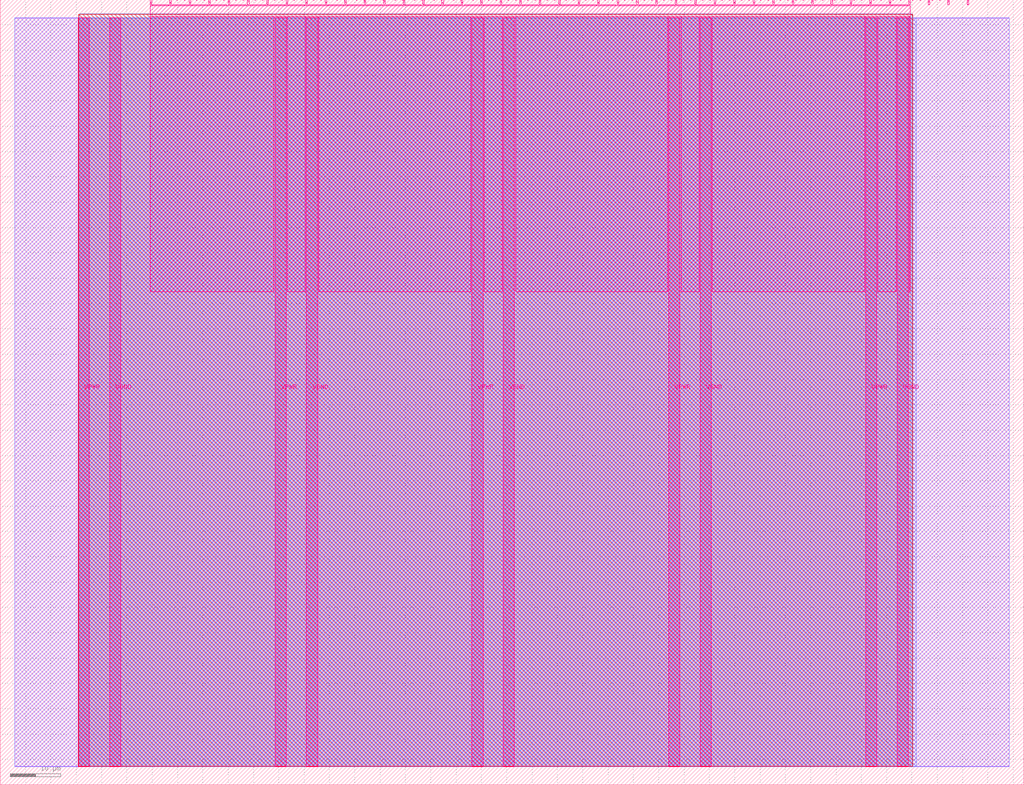
<source format=lef>
VERSION 5.7 ;
  NOWIREEXTENSIONATPIN ON ;
  DIVIDERCHAR "/" ;
  BUSBITCHARS "[]" ;
MACRO tt_um_array_mult_structural_sarahherrera
  CLASS BLOCK ;
  FOREIGN tt_um_array_mult_structural_sarahherrera ;
  ORIGIN 0.000 0.000 ;
  SIZE 202.080 BY 154.980 ;
  PIN VGND
    DIRECTION INOUT ;
    USE GROUND ;
    PORT
      LAYER Metal5 ;
        RECT 21.580 3.560 23.780 151.420 ;
    END
    PORT
      LAYER Metal5 ;
        RECT 60.450 3.560 62.650 151.420 ;
    END
    PORT
      LAYER Metal5 ;
        RECT 99.320 3.560 101.520 151.420 ;
    END
    PORT
      LAYER Metal5 ;
        RECT 138.190 3.560 140.390 151.420 ;
    END
    PORT
      LAYER Metal5 ;
        RECT 177.060 3.560 179.260 151.420 ;
    END
  END VGND
  PIN VPWR
    DIRECTION INOUT ;
    USE POWER ;
    PORT
      LAYER Metal5 ;
        RECT 15.380 3.560 17.580 151.420 ;
    END
    PORT
      LAYER Metal5 ;
        RECT 54.250 3.560 56.450 151.420 ;
    END
    PORT
      LAYER Metal5 ;
        RECT 93.120 3.560 95.320 151.420 ;
    END
    PORT
      LAYER Metal5 ;
        RECT 131.990 3.560 134.190 151.420 ;
    END
    PORT
      LAYER Metal5 ;
        RECT 170.860 3.560 173.060 151.420 ;
    END
  END VPWR
  PIN clk
    DIRECTION INPUT ;
    USE SIGNAL ;
    PORT
      LAYER Metal5 ;
        RECT 187.050 153.980 187.350 154.980 ;
    END
  END clk
  PIN ena
    DIRECTION INPUT ;
    USE SIGNAL ;
    PORT
      LAYER Metal5 ;
        RECT 190.890 153.980 191.190 154.980 ;
    END
  END ena
  PIN rst_n
    DIRECTION INPUT ;
    USE SIGNAL ;
    PORT
      LAYER Metal5 ;
        RECT 183.210 153.980 183.510 154.980 ;
    END
  END rst_n
  PIN ui_in[0]
    DIRECTION INPUT ;
    USE SIGNAL ;
    ANTENNAGATEAREA 0.213200 ;
    PORT
      LAYER Metal5 ;
        RECT 179.370 153.980 179.670 154.980 ;
    END
  END ui_in[0]
  PIN ui_in[1]
    DIRECTION INPUT ;
    USE SIGNAL ;
    ANTENNAGATEAREA 0.213200 ;
    PORT
      LAYER Metal5 ;
        RECT 175.530 153.980 175.830 154.980 ;
    END
  END ui_in[1]
  PIN ui_in[2]
    DIRECTION INPUT ;
    USE SIGNAL ;
    ANTENNAGATEAREA 0.213200 ;
    PORT
      LAYER Metal5 ;
        RECT 171.690 153.980 171.990 154.980 ;
    END
  END ui_in[2]
  PIN ui_in[3]
    DIRECTION INPUT ;
    USE SIGNAL ;
    ANTENNAGATEAREA 0.213200 ;
    PORT
      LAYER Metal5 ;
        RECT 167.850 153.980 168.150 154.980 ;
    END
  END ui_in[3]
  PIN ui_in[4]
    DIRECTION INPUT ;
    USE SIGNAL ;
    ANTENNAGATEAREA 0.213200 ;
    PORT
      LAYER Metal5 ;
        RECT 164.010 153.980 164.310 154.980 ;
    END
  END ui_in[4]
  PIN ui_in[5]
    DIRECTION INPUT ;
    USE SIGNAL ;
    ANTENNAGATEAREA 0.213200 ;
    PORT
      LAYER Metal5 ;
        RECT 160.170 153.980 160.470 154.980 ;
    END
  END ui_in[5]
  PIN ui_in[6]
    DIRECTION INPUT ;
    USE SIGNAL ;
    ANTENNAGATEAREA 0.213200 ;
    PORT
      LAYER Metal5 ;
        RECT 156.330 153.980 156.630 154.980 ;
    END
  END ui_in[6]
  PIN ui_in[7]
    DIRECTION INPUT ;
    USE SIGNAL ;
    ANTENNAGATEAREA 0.213200 ;
    PORT
      LAYER Metal5 ;
        RECT 152.490 153.980 152.790 154.980 ;
    END
  END ui_in[7]
  PIN uio_in[0]
    DIRECTION INPUT ;
    USE SIGNAL ;
    PORT
      LAYER Metal5 ;
        RECT 148.650 153.980 148.950 154.980 ;
    END
  END uio_in[0]
  PIN uio_in[1]
    DIRECTION INPUT ;
    USE SIGNAL ;
    PORT
      LAYER Metal5 ;
        RECT 144.810 153.980 145.110 154.980 ;
    END
  END uio_in[1]
  PIN uio_in[2]
    DIRECTION INPUT ;
    USE SIGNAL ;
    PORT
      LAYER Metal5 ;
        RECT 140.970 153.980 141.270 154.980 ;
    END
  END uio_in[2]
  PIN uio_in[3]
    DIRECTION INPUT ;
    USE SIGNAL ;
    PORT
      LAYER Metal5 ;
        RECT 137.130 153.980 137.430 154.980 ;
    END
  END uio_in[3]
  PIN uio_in[4]
    DIRECTION INPUT ;
    USE SIGNAL ;
    PORT
      LAYER Metal5 ;
        RECT 133.290 153.980 133.590 154.980 ;
    END
  END uio_in[4]
  PIN uio_in[5]
    DIRECTION INPUT ;
    USE SIGNAL ;
    PORT
      LAYER Metal5 ;
        RECT 129.450 153.980 129.750 154.980 ;
    END
  END uio_in[5]
  PIN uio_in[6]
    DIRECTION INPUT ;
    USE SIGNAL ;
    PORT
      LAYER Metal5 ;
        RECT 125.610 153.980 125.910 154.980 ;
    END
  END uio_in[6]
  PIN uio_in[7]
    DIRECTION INPUT ;
    USE SIGNAL ;
    PORT
      LAYER Metal5 ;
        RECT 121.770 153.980 122.070 154.980 ;
    END
  END uio_in[7]
  PIN uio_oe[0]
    DIRECTION OUTPUT ;
    USE SIGNAL ;
    ANTENNADIFFAREA 0.299200 ;
    PORT
      LAYER Metal5 ;
        RECT 56.490 153.980 56.790 154.980 ;
    END
  END uio_oe[0]
  PIN uio_oe[1]
    DIRECTION OUTPUT ;
    USE SIGNAL ;
    ANTENNADIFFAREA 0.299200 ;
    PORT
      LAYER Metal5 ;
        RECT 52.650 153.980 52.950 154.980 ;
    END
  END uio_oe[1]
  PIN uio_oe[2]
    DIRECTION OUTPUT ;
    USE SIGNAL ;
    ANTENNADIFFAREA 0.299200 ;
    PORT
      LAYER Metal5 ;
        RECT 48.810 153.980 49.110 154.980 ;
    END
  END uio_oe[2]
  PIN uio_oe[3]
    DIRECTION OUTPUT ;
    USE SIGNAL ;
    ANTENNADIFFAREA 0.299200 ;
    PORT
      LAYER Metal5 ;
        RECT 44.970 153.980 45.270 154.980 ;
    END
  END uio_oe[3]
  PIN uio_oe[4]
    DIRECTION OUTPUT ;
    USE SIGNAL ;
    ANTENNADIFFAREA 0.299200 ;
    PORT
      LAYER Metal5 ;
        RECT 41.130 153.980 41.430 154.980 ;
    END
  END uio_oe[4]
  PIN uio_oe[5]
    DIRECTION OUTPUT ;
    USE SIGNAL ;
    ANTENNADIFFAREA 0.299200 ;
    PORT
      LAYER Metal5 ;
        RECT 37.290 153.980 37.590 154.980 ;
    END
  END uio_oe[5]
  PIN uio_oe[6]
    DIRECTION OUTPUT ;
    USE SIGNAL ;
    ANTENNADIFFAREA 0.299200 ;
    PORT
      LAYER Metal5 ;
        RECT 33.450 153.980 33.750 154.980 ;
    END
  END uio_oe[6]
  PIN uio_oe[7]
    DIRECTION OUTPUT ;
    USE SIGNAL ;
    ANTENNADIFFAREA 0.299200 ;
    PORT
      LAYER Metal5 ;
        RECT 29.610 153.980 29.910 154.980 ;
    END
  END uio_oe[7]
  PIN uio_out[0]
    DIRECTION OUTPUT ;
    USE SIGNAL ;
    ANTENNADIFFAREA 0.299200 ;
    PORT
      LAYER Metal5 ;
        RECT 87.210 153.980 87.510 154.980 ;
    END
  END uio_out[0]
  PIN uio_out[1]
    DIRECTION OUTPUT ;
    USE SIGNAL ;
    ANTENNADIFFAREA 0.299200 ;
    PORT
      LAYER Metal5 ;
        RECT 83.370 153.980 83.670 154.980 ;
    END
  END uio_out[1]
  PIN uio_out[2]
    DIRECTION OUTPUT ;
    USE SIGNAL ;
    ANTENNADIFFAREA 0.299200 ;
    PORT
      LAYER Metal5 ;
        RECT 79.530 153.980 79.830 154.980 ;
    END
  END uio_out[2]
  PIN uio_out[3]
    DIRECTION OUTPUT ;
    USE SIGNAL ;
    ANTENNADIFFAREA 0.299200 ;
    PORT
      LAYER Metal5 ;
        RECT 75.690 153.980 75.990 154.980 ;
    END
  END uio_out[3]
  PIN uio_out[4]
    DIRECTION OUTPUT ;
    USE SIGNAL ;
    ANTENNADIFFAREA 0.299200 ;
    PORT
      LAYER Metal5 ;
        RECT 71.850 153.980 72.150 154.980 ;
    END
  END uio_out[4]
  PIN uio_out[5]
    DIRECTION OUTPUT ;
    USE SIGNAL ;
    ANTENNADIFFAREA 0.299200 ;
    PORT
      LAYER Metal5 ;
        RECT 68.010 153.980 68.310 154.980 ;
    END
  END uio_out[5]
  PIN uio_out[6]
    DIRECTION OUTPUT ;
    USE SIGNAL ;
    ANTENNADIFFAREA 0.299200 ;
    PORT
      LAYER Metal5 ;
        RECT 64.170 153.980 64.470 154.980 ;
    END
  END uio_out[6]
  PIN uio_out[7]
    DIRECTION OUTPUT ;
    USE SIGNAL ;
    ANTENNADIFFAREA 0.299200 ;
    PORT
      LAYER Metal5 ;
        RECT 60.330 153.980 60.630 154.980 ;
    END
  END uio_out[7]
  PIN uo_out[0]
    DIRECTION OUTPUT ;
    USE SIGNAL ;
    ANTENNAGATEAREA 0.241800 ;
    ANTENNADIFFAREA 0.632400 ;
    PORT
      LAYER Metal5 ;
        RECT 117.930 153.980 118.230 154.980 ;
    END
  END uo_out[0]
  PIN uo_out[1]
    DIRECTION OUTPUT ;
    USE SIGNAL ;
    ANTENNADIFFAREA 0.654800 ;
    PORT
      LAYER Metal5 ;
        RECT 114.090 153.980 114.390 154.980 ;
    END
  END uo_out[1]
  PIN uo_out[2]
    DIRECTION OUTPUT ;
    USE SIGNAL ;
    ANTENNADIFFAREA 0.654800 ;
    PORT
      LAYER Metal5 ;
        RECT 110.250 153.980 110.550 154.980 ;
    END
  END uo_out[2]
  PIN uo_out[3]
    DIRECTION OUTPUT ;
    USE SIGNAL ;
    ANTENNADIFFAREA 0.654800 ;
    PORT
      LAYER Metal5 ;
        RECT 106.410 153.980 106.710 154.980 ;
    END
  END uo_out[3]
  PIN uo_out[4]
    DIRECTION OUTPUT ;
    USE SIGNAL ;
    ANTENNADIFFAREA 0.654800 ;
    PORT
      LAYER Metal5 ;
        RECT 102.570 153.980 102.870 154.980 ;
    END
  END uo_out[4]
  PIN uo_out[5]
    DIRECTION OUTPUT ;
    USE SIGNAL ;
    ANTENNADIFFAREA 0.654800 ;
    PORT
      LAYER Metal5 ;
        RECT 98.730 153.980 99.030 154.980 ;
    END
  END uo_out[5]
  PIN uo_out[6]
    DIRECTION OUTPUT ;
    USE SIGNAL ;
    ANTENNADIFFAREA 0.654800 ;
    PORT
      LAYER Metal5 ;
        RECT 94.890 153.980 95.190 154.980 ;
    END
  END uo_out[6]
  PIN uo_out[7]
    DIRECTION OUTPUT ;
    USE SIGNAL ;
    ANTENNADIFFAREA 0.654800 ;
    PORT
      LAYER Metal5 ;
        RECT 91.050 153.980 91.350 154.980 ;
    END
  END uo_out[7]
  OBS
      LAYER GatPoly ;
        RECT 2.880 3.630 199.200 151.350 ;
      LAYER Metal1 ;
        RECT 2.880 3.560 199.200 151.420 ;
      LAYER Metal2 ;
        RECT 15.515 3.680 180.865 151.300 ;
      LAYER Metal3 ;
        RECT 15.560 3.635 180.100 152.185 ;
      LAYER Metal4 ;
        RECT 15.515 3.680 180.145 152.140 ;
      LAYER Metal5 ;
        RECT 30.120 153.770 33.240 153.980 ;
        RECT 33.960 153.770 37.080 153.980 ;
        RECT 37.800 153.770 40.920 153.980 ;
        RECT 41.640 153.770 44.760 153.980 ;
        RECT 45.480 153.770 48.600 153.980 ;
        RECT 49.320 153.770 52.440 153.980 ;
        RECT 53.160 153.770 56.280 153.980 ;
        RECT 57.000 153.770 60.120 153.980 ;
        RECT 60.840 153.770 63.960 153.980 ;
        RECT 64.680 153.770 67.800 153.980 ;
        RECT 68.520 153.770 71.640 153.980 ;
        RECT 72.360 153.770 75.480 153.980 ;
        RECT 76.200 153.770 79.320 153.980 ;
        RECT 80.040 153.770 83.160 153.980 ;
        RECT 83.880 153.770 87.000 153.980 ;
        RECT 87.720 153.770 90.840 153.980 ;
        RECT 91.560 153.770 94.680 153.980 ;
        RECT 95.400 153.770 98.520 153.980 ;
        RECT 99.240 153.770 102.360 153.980 ;
        RECT 103.080 153.770 106.200 153.980 ;
        RECT 106.920 153.770 110.040 153.980 ;
        RECT 110.760 153.770 113.880 153.980 ;
        RECT 114.600 153.770 117.720 153.980 ;
        RECT 118.440 153.770 121.560 153.980 ;
        RECT 122.280 153.770 125.400 153.980 ;
        RECT 126.120 153.770 129.240 153.980 ;
        RECT 129.960 153.770 133.080 153.980 ;
        RECT 133.800 153.770 136.920 153.980 ;
        RECT 137.640 153.770 140.760 153.980 ;
        RECT 141.480 153.770 144.600 153.980 ;
        RECT 145.320 153.770 148.440 153.980 ;
        RECT 149.160 153.770 152.280 153.980 ;
        RECT 153.000 153.770 156.120 153.980 ;
        RECT 156.840 153.770 159.960 153.980 ;
        RECT 160.680 153.770 163.800 153.980 ;
        RECT 164.520 153.770 167.640 153.980 ;
        RECT 168.360 153.770 171.480 153.980 ;
        RECT 172.200 153.770 175.320 153.980 ;
        RECT 176.040 153.770 179.160 153.980 ;
        RECT 29.660 151.630 179.620 153.770 ;
        RECT 29.660 97.295 54.040 151.630 ;
        RECT 56.660 97.295 60.240 151.630 ;
        RECT 62.860 97.295 92.910 151.630 ;
        RECT 95.530 97.295 99.110 151.630 ;
        RECT 101.730 97.295 131.780 151.630 ;
        RECT 134.400 97.295 137.980 151.630 ;
        RECT 140.600 97.295 170.650 151.630 ;
        RECT 173.270 97.295 176.850 151.630 ;
        RECT 179.470 97.295 179.620 151.630 ;
  END
END tt_um_array_mult_structural_sarahherrera
END LIBRARY


</source>
